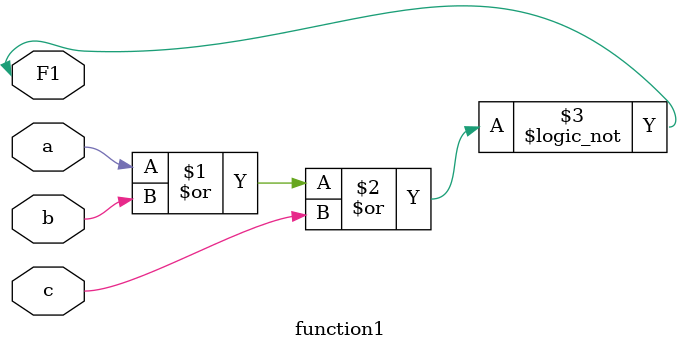
<source format=v>
`timescale 1 ns / 1 ps

module function1 ( a ,b ,c ,F1 );

input a ;
wire a ;
input b ;
wire b ;
input c ;
wire c ;

inout F1 ;
wire F1 ;

//}} End of automatically maintained section

assign #1 F1=!(a|b|c);

endmodule

</source>
